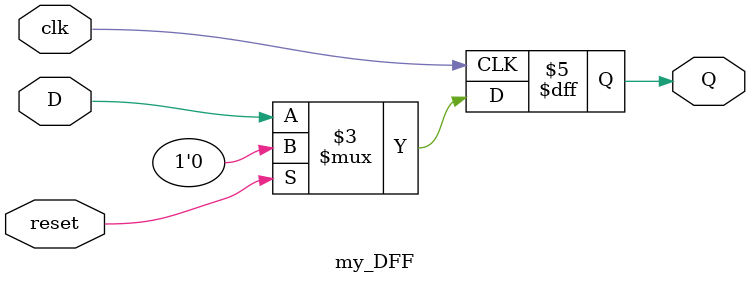
<source format=sv>
module my_DFF(clk, reset, D, Q);
    input logic clk, reset;
    input logic D; // Data input 
    output logic Q; // output Q 
    always @(posedge clk) 
    if (reset) Q <= 0;
    else Q <= D;
endmodule 
</source>
